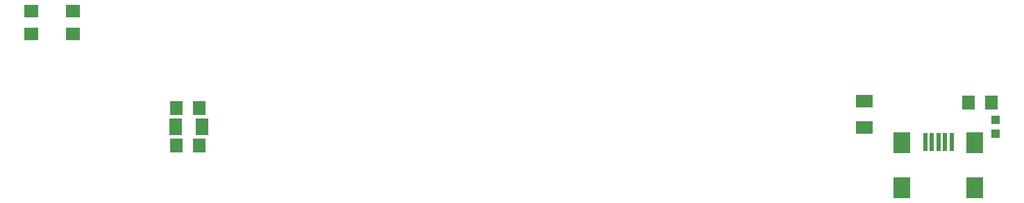
<source format=gtp>
G04 Layer: TopPasteMaskLayer*
G04 EasyEDA v6.3.22, 2020-04-19T15:25:33+02:00*
G04 9585e20cbaa244c19a7501b8b38ea314,91c4fea8558b4139a52e513319813ad2,10*
G04 Gerber Generator version 0.2*
G04 Scale: 100 percent, Rotated: No, Reflected: No *
G04 Dimensions in millimeters *
G04 leading zeros omitted , absolute positions ,3 integer and 3 decimal *
%FSLAX33Y33*%
%MOMM*%
G90*
G71D02*

%ADD14R,0.499999X2.299995*%
%ADD15R,1.999996X2.499995*%
%ADD16R,1.600200X1.701800*%
%ADD17R,1.600200X1.999996*%
%ADD18R,1.999996X1.600200*%
%ADD19R,0.990600X1.092200*%
%ADD20R,1.701800X1.600200*%

%LPD*%
G54D14*
G01X114116Y8280D03*
G01X114916Y8280D03*
G01X115716Y8280D03*
G01X116517Y8280D03*
G01X117316Y8280D03*
G54D15*
G01X120166Y8180D03*
G01X120166Y2681D03*
G01X111267Y8180D03*
G01X111267Y2681D03*
G54D16*
G01X119400Y13100D03*
G01X122194Y13100D03*
G01X25547Y12465D03*
G01X22753Y12465D03*
G01X22753Y7893D03*
G01X25547Y7893D03*
G54D17*
G01X25876Y10179D03*
G01X22677Y10179D03*
G54D18*
G01X106700Y10104D03*
G01X106700Y13303D03*
G54D19*
G01X122702Y11030D03*
G01X122702Y9329D03*
G54D20*
G01X10180Y21482D03*
G01X10180Y24276D03*
G01X5100Y21482D03*
G01X5100Y24276D03*
M00*
M02*

</source>
